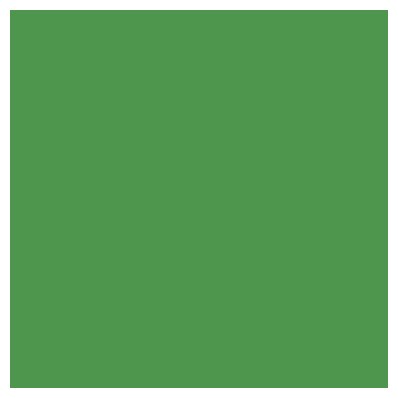
<source format=gbr>
G04 DipTrace 2.3.1.0*
%INminishift_Board.gbr*%
%MOIN*%
%ADD11C,0.0055*%
%FSLAX44Y44*%
G04*
G70*
G90*
G75*
G01*
%LNBoardPoly*%
%LPD*%
G36*
X3937Y3937D2*
D11*
X16535D1*
Y16535D1*
X3937D1*
Y3937D1*
G37*
M02*

</source>
